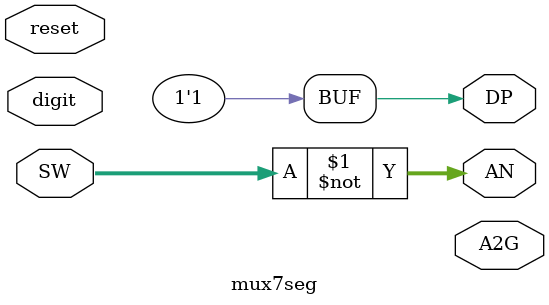
<source format=sv>
`timescale 1ns / 1ps

module mux7seg(
    input   reset,
    input   logic [3:0] SW,
    output  logic [6:0] A2G,
    output  logic [3:0] AN,
    output  logic       DP,
    input   logic [11:0] digit
    );
    
    logic [15:0] x;
    logic [1:0] s;
    
    assign DP = 1;
    assign AN = ~SW;
    
    
    
endmodule

</source>
